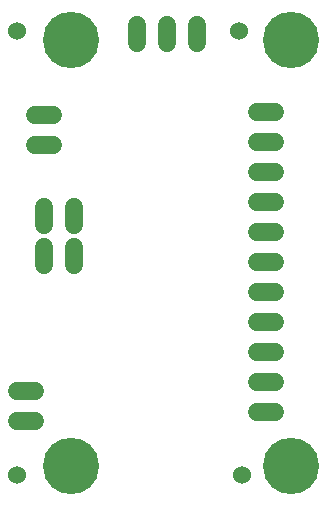
<source format=gbr>
G04 EAGLE Gerber X2 export*
%TF.Part,Single*%
%TF.FileFunction,Copper,L2,Bot,Mixed*%
%TF.FilePolarity,Positive*%
%TF.GenerationSoftware,Autodesk,EAGLE,9.7.0*%
%TF.CreationDate,2022-05-12T22:12:44Z*%
G75*
%MOMM*%
%FSLAX46Y46*%
%LPD*%
%INBottom Copper*%
%AMOC8*
5,1,8,0,0,1.08239X$1,22.5*%
G01*
G04 Define Apertures*
%ADD10C,1.524000*%
%ADD11C,1.524000*%
%ADD12C,4.762500*%
D10*
X21336000Y2286000D03*
X2286000Y2286000D03*
X21082000Y39878000D03*
X2286000Y39878000D03*
D11*
X3810000Y32766000D02*
X5334000Y32766000D01*
X5334000Y30226000D02*
X3810000Y30226000D01*
X22606000Y33020000D02*
X24130000Y33020000D01*
X24130000Y30480000D02*
X22606000Y30480000D01*
X22606000Y27940000D02*
X24130000Y27940000D01*
X24130000Y25400000D02*
X22606000Y25400000D01*
X22606000Y22860000D02*
X24130000Y22860000D01*
X24130000Y20320000D02*
X22606000Y20320000D01*
X22606000Y17780000D02*
X24130000Y17780000D01*
X24130000Y15240000D02*
X22606000Y15240000D01*
X22606000Y12700000D02*
X24130000Y12700000D01*
X24130000Y10160000D02*
X22606000Y10160000D01*
X22606000Y7620000D02*
X24130000Y7620000D01*
D12*
X25527000Y39116000D03*
X25527000Y3048000D03*
X6858000Y39116000D03*
X6858000Y3048000D03*
D11*
X4572000Y20066000D02*
X4572000Y21590000D01*
X7112000Y21590000D02*
X7112000Y20066000D01*
X4572000Y23414000D02*
X4572000Y24938000D01*
X7112000Y24938000D02*
X7112000Y23414000D01*
X17526000Y38856100D02*
X17526000Y40380100D01*
X14986000Y40380100D02*
X14986000Y38856100D01*
X12446000Y38856100D02*
X12446000Y40380100D01*
X3810000Y6858000D02*
X2286000Y6858000D01*
X2286000Y9398000D02*
X3810000Y9398000D01*
M02*

</source>
